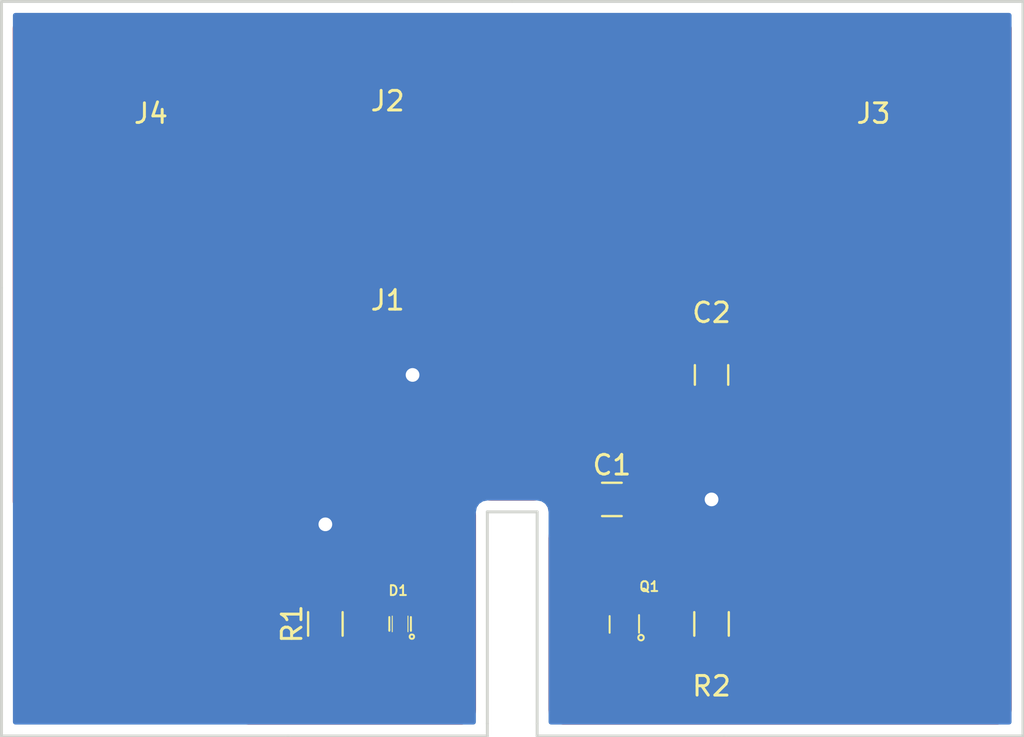
<source format=kicad_pcb>
(kicad_pcb (version 4) (host pcbnew 4.0.5)

  (general
    (links 15)
    (no_connects 0)
    (area 27.384999 23.294999 79.605001 60.910001)
    (thickness 1.6)
    (drawings 18)
    (tracks 37)
    (zones 0)
    (modules 10)
    (nets 38)
  )

  (page A4)
  (title_block
    (title "Infrared (IR) Barrier Initial Setup")
    (date 2017-03-01)
    (rev 1)
    (company "HotSwap Norden AB")
    (comment 1 "Short title: IR B STUP")
    (comment 2 "Designed by: edli")
    (comment 3 "Reviewed by: khyo")
  )

  (layers
    (0 F.Cu signal)
    (31 B.Cu signal hide)
    (32 B.Adhes user)
    (33 F.Adhes user)
    (34 B.Paste user)
    (35 F.Paste user)
    (36 B.SilkS user)
    (37 F.SilkS user)
    (38 B.Mask user)
    (39 F.Mask user)
    (40 Dwgs.User user)
    (41 Cmts.User user)
    (42 Eco1.User user)
    (43 Eco2.User user)
    (44 Edge.Cuts user)
    (45 Margin user)
    (46 B.CrtYd user)
    (47 F.CrtYd user)
    (48 B.Fab user)
    (49 F.Fab user)
  )

  (setup
    (last_trace_width 0.4)
    (user_trace_width 0.4)
    (trace_clearance 0.2)
    (zone_clearance 0.5)
    (zone_45_only yes)
    (trace_min 0.2)
    (segment_width 0.2)
    (edge_width 0.15)
    (via_size 1.5)
    (via_drill 0.7)
    (via_min_size 0.4)
    (via_min_drill 0.3)
    (uvia_size 0.3)
    (uvia_drill 0.1)
    (uvias_allowed no)
    (uvia_min_size 0.2)
    (uvia_min_drill 0.1)
    (pcb_text_width 0.3)
    (pcb_text_size 1.5 1.5)
    (mod_edge_width 0.15)
    (mod_text_size 1 1)
    (mod_text_width 0.15)
    (pad_size 1.524 1.524)
    (pad_drill 0.762)
    (pad_to_mask_clearance 0.2)
    (aux_axis_origin 0 0)
    (visible_elements 7FFFFFFF)
    (pcbplotparams
      (layerselection 0x00030_80000001)
      (usegerberextensions false)
      (excludeedgelayer true)
      (linewidth 0.100000)
      (plotframeref false)
      (viasonmask false)
      (mode 1)
      (useauxorigin false)
      (hpglpennumber 1)
      (hpglpenspeed 20)
      (hpglpendiameter 15)
      (hpglpenoverlay 2)
      (psnegative false)
      (psa4output false)
      (plotreference true)
      (plotvalue true)
      (plotinvisibletext false)
      (padsonsilk false)
      (subtractmaskfromsilk false)
      (outputformat 1)
      (mirror false)
      (drillshape 1)
      (scaleselection 1)
      (outputdirectory ""))
  )

  (net 0 "")
  (net 1 "Net-(C1-Pad1)")
  (net 2 GND)
  (net 3 "Net-(C2-Pad1)")
  (net 4 "Net-(D1-Pad2)")
  (net 5 "Net-(D1-Pad1)")
  (net 6 "Net-(P3-Pad16)")
  (net 7 "Net-(P3-Pad15)")
  (net 8 "Net-(P3-Pad14)")
  (net 9 "Net-(P3-Pad13)")
  (net 10 "Net-(P3-Pad12)")
  (net 11 "Net-(P3-Pad11)")
  (net 12 "Net-(P3-Pad10)")
  (net 13 "Net-(P3-Pad9)")
  (net 14 "Net-(P3-Pad8)")
  (net 15 "Net-(P3-Pad7)")
  (net 16 "Net-(P3-Pad6)")
  (net 17 "Net-(P3-Pad5)")
  (net 18 "Net-(P3-Pad4)")
  (net 19 "Net-(P3-Pad3)")
  (net 20 "Net-(P3-Pad2)")
  (net 21 "Net-(P3-Pad1)")
  (net 22 "Net-(P4-Pad16)")
  (net 23 "Net-(P4-Pad15)")
  (net 24 "Net-(P4-Pad14)")
  (net 25 "Net-(P4-Pad13)")
  (net 26 "Net-(P4-Pad12)")
  (net 27 "Net-(P4-Pad11)")
  (net 28 "Net-(P4-Pad10)")
  (net 29 "Net-(P4-Pad9)")
  (net 30 "Net-(P4-Pad8)")
  (net 31 "Net-(P4-Pad7)")
  (net 32 "Net-(P4-Pad6)")
  (net 33 "Net-(P4-Pad5)")
  (net 34 "Net-(P4-Pad4)")
  (net 35 "Net-(P4-Pad3)")
  (net 36 "Net-(P4-Pad2)")
  (net 37 "Net-(P4-Pad1)")

  (net_class Default "This is the default net class."
    (clearance 0.2)
    (trace_width 0.4)
    (via_dia 1.5)
    (via_drill 0.7)
    (uvia_dia 0.3)
    (uvia_drill 0.1)
    (add_net GND)
    (add_net "Net-(C1-Pad1)")
    (add_net "Net-(C2-Pad1)")
    (add_net "Net-(D1-Pad1)")
    (add_net "Net-(D1-Pad2)")
    (add_net "Net-(P3-Pad1)")
    (add_net "Net-(P3-Pad10)")
    (add_net "Net-(P3-Pad11)")
    (add_net "Net-(P3-Pad12)")
    (add_net "Net-(P3-Pad13)")
    (add_net "Net-(P3-Pad14)")
    (add_net "Net-(P3-Pad15)")
    (add_net "Net-(P3-Pad16)")
    (add_net "Net-(P3-Pad2)")
    (add_net "Net-(P3-Pad3)")
    (add_net "Net-(P3-Pad4)")
    (add_net "Net-(P3-Pad5)")
    (add_net "Net-(P3-Pad6)")
    (add_net "Net-(P3-Pad7)")
    (add_net "Net-(P3-Pad8)")
    (add_net "Net-(P3-Pad9)")
    (add_net "Net-(P4-Pad1)")
    (add_net "Net-(P4-Pad10)")
    (add_net "Net-(P4-Pad11)")
    (add_net "Net-(P4-Pad12)")
    (add_net "Net-(P4-Pad13)")
    (add_net "Net-(P4-Pad14)")
    (add_net "Net-(P4-Pad15)")
    (add_net "Net-(P4-Pad16)")
    (add_net "Net-(P4-Pad2)")
    (add_net "Net-(P4-Pad3)")
    (add_net "Net-(P4-Pad4)")
    (add_net "Net-(P4-Pad5)")
    (add_net "Net-(P4-Pad6)")
    (add_net "Net-(P4-Pad7)")
    (add_net "Net-(P4-Pad8)")
    (add_net "Net-(P4-Pad9)")
  )

  (module med_conn_prototype_footprints:Sullins_SMD_pin_header_1x4_GBC36SABN-M30 (layer F.Cu) (tedit 58B6AD73) (tstamp 58AEB04B)
    (at 53.495 30.99)
    (path /58AEAF78)
    (fp_text reference J1 (at -6.35 7.62) (layer F.SilkS)
      (effects (font (size 1 1) (thickness 0.15)))
    )
    (fp_text value "SMD Header" (at 6.35 6.985 90) (layer F.Fab)
      (effects (font (size 1 1) (thickness 0.15)))
    )
    (pad 4 smd rect (at 3.81 10.16) (size 1.27 6.35) (layers F.Cu F.Paste F.Mask)
      (net 3 "Net-(C2-Pad1)"))
    (pad 3 smd rect (at 1.27 5.08) (size 1.27 6.35) (layers F.Cu F.Paste F.Mask)
      (net 1 "Net-(C1-Pad1)"))
    (pad 2 smd rect (at -1.27 10.16) (size 1.27 6.35) (layers F.Cu F.Paste F.Mask)
      (net 4 "Net-(D1-Pad2)"))
    (pad 1 smd rect (at -3.81 5.08) (size 1.27 6.35) (layers F.Cu F.Paste F.Mask)
      (net 2 GND))
  )

  (module Capacitors_SMD:C_0805_HandSoldering (layer F.Cu) (tedit 58AEABDE) (tstamp 58AE9FE3)
    (at 58.575 48.77)
    (descr "Capacitor SMD 0805, hand soldering")
    (tags "capacitor 0805")
    (path /58ADC072)
    (attr smd)
    (fp_text reference C1 (at 0 -1.75) (layer F.SilkS)
      (effects (font (size 1 1) (thickness 0.15)))
    )
    (fp_text value 1uF (at 1.905 1.905) (layer F.Fab)
      (effects (font (size 1 1) (thickness 0.15)))
    )
    (fp_text user %R (at 0 -1.75) (layer F.Fab)
      (effects (font (size 1 1) (thickness 0.15)))
    )
    (fp_line (start -1 0.62) (end -1 -0.62) (layer F.Fab) (width 0.1))
    (fp_line (start 1 0.62) (end -1 0.62) (layer F.Fab) (width 0.1))
    (fp_line (start 1 -0.62) (end 1 0.62) (layer F.Fab) (width 0.1))
    (fp_line (start -1 -0.62) (end 1 -0.62) (layer F.Fab) (width 0.1))
    (fp_line (start 0.5 -0.85) (end -0.5 -0.85) (layer F.SilkS) (width 0.12))
    (fp_line (start -0.5 0.85) (end 0.5 0.85) (layer F.SilkS) (width 0.12))
    (fp_line (start -2.25 -0.88) (end 2.25 -0.88) (layer F.CrtYd) (width 0.05))
    (fp_line (start -2.25 -0.88) (end -2.25 0.87) (layer F.CrtYd) (width 0.05))
    (fp_line (start 2.25 0.87) (end 2.25 -0.88) (layer F.CrtYd) (width 0.05))
    (fp_line (start 2.25 0.87) (end -2.25 0.87) (layer F.CrtYd) (width 0.05))
    (pad 1 smd rect (at -1.25 0) (size 1.5 1.25) (layers F.Cu F.Paste F.Mask)
      (net 1 "Net-(C1-Pad1)"))
    (pad 2 smd rect (at 1.25 0) (size 1.5 1.25) (layers F.Cu F.Paste F.Mask)
      (net 2 GND))
    (model Capacitors_SMD.3dshapes/C_0805.wrl
      (at (xyz 0 0 0))
      (scale (xyz 1 1 1))
      (rotate (xyz 0 0 0))
    )
  )

  (module Capacitors_SMD:C_0805_HandSoldering (layer F.Cu) (tedit 58AEABAA) (tstamp 58AE9FE9)
    (at 63.655 42.42 270)
    (descr "Capacitor SMD 0805, hand soldering")
    (tags "capacitor 0805")
    (path /58ADC0E3)
    (attr smd)
    (fp_text reference C2 (at -3.175 0 360) (layer F.SilkS)
      (effects (font (size 1 1) (thickness 0.15)))
    )
    (fp_text value 1nF (at 0 1.75 270) (layer F.Fab)
      (effects (font (size 1 1) (thickness 0.15)))
    )
    (fp_text user %R (at 0 -1.75 270) (layer F.Fab)
      (effects (font (size 1 1) (thickness 0.15)))
    )
    (fp_line (start -1 0.62) (end -1 -0.62) (layer F.Fab) (width 0.1))
    (fp_line (start 1 0.62) (end -1 0.62) (layer F.Fab) (width 0.1))
    (fp_line (start 1 -0.62) (end 1 0.62) (layer F.Fab) (width 0.1))
    (fp_line (start -1 -0.62) (end 1 -0.62) (layer F.Fab) (width 0.1))
    (fp_line (start 0.5 -0.85) (end -0.5 -0.85) (layer F.SilkS) (width 0.12))
    (fp_line (start -0.5 0.85) (end 0.5 0.85) (layer F.SilkS) (width 0.12))
    (fp_line (start -2.25 -0.88) (end 2.25 -0.88) (layer F.CrtYd) (width 0.05))
    (fp_line (start -2.25 -0.88) (end -2.25 0.87) (layer F.CrtYd) (width 0.05))
    (fp_line (start 2.25 0.87) (end 2.25 -0.88) (layer F.CrtYd) (width 0.05))
    (fp_line (start 2.25 0.87) (end -2.25 0.87) (layer F.CrtYd) (width 0.05))
    (pad 1 smd rect (at -1.25 0 270) (size 1.5 1.25) (layers F.Cu F.Paste F.Mask)
      (net 3 "Net-(C2-Pad1)"))
    (pad 2 smd rect (at 1.25 0 270) (size 1.5 1.25) (layers F.Cu F.Paste F.Mask)
      (net 2 GND))
    (model Capacitors_SMD.3dshapes/C_0805.wrl
      (at (xyz 0 0 0))
      (scale (xyz 1 1 1))
      (rotate (xyz 0 0 0))
    )
  )

  (module IC_trial_footprints:LED_APT1608F3C (layer F.Cu) (tedit 58AEAC2D) (tstamp 58AE9FEF)
    (at 47.78 55.12 270)
    (path /58ADBE6E)
    (fp_text reference D1 (at -1.7 0.1 540) (layer F.SilkS)
      (effects (font (size 0.5 0.5) (thickness 0.1)))
    )
    (fp_text value APT1608F3C (at 0 -1.905 270) (layer F.Fab)
      (effects (font (size 1 1) (thickness 0.15)))
    )
    (fp_circle (center 0.65 -0.6) (end 0.7 -0.7) (layer F.SilkS) (width 0.1))
    (fp_line (start 0.3 0.55) (end 0.35 0.55) (layer F.SilkS) (width 0.1))
    (fp_line (start 0.3 -0.55) (end 0.35 -0.55) (layer F.SilkS) (width 0.1))
    (fp_line (start -0.35 0.55) (end 0.3 0.55) (layer F.SilkS) (width 0.1))
    (fp_line (start -0.35 -0.55) (end 0.3 -0.55) (layer F.SilkS) (width 0.1))
    (fp_line (start -1.3 -0.6) (end 1.3 -0.6) (layer F.CrtYd) (width 0.05))
    (fp_line (start 1.3 -0.6) (end 1.3 0.6) (layer F.CrtYd) (width 0.05))
    (fp_line (start 1.3 0.6) (end -1.3 0.6) (layer F.CrtYd) (width 0.05))
    (fp_line (start -1.3 0.6) (end -1.3 -0.6) (layer F.CrtYd) (width 0.05))
    (fp_line (start 0.15 -0.1) (end 0.35 -0.1) (layer F.Fab) (width 0.05))
    (fp_line (start 0.35 -0.1) (end 0.35 0.1) (layer F.Fab) (width 0.05))
    (fp_line (start 0.35 0.1) (end 0.15 0.1) (layer F.Fab) (width 0.05))
    (fp_line (start 0.15 0.1) (end 0.15 -0.1) (layer F.Fab) (width 0.05))
    (fp_line (start -0.4 0.4) (end 0.4 0.4) (layer F.SilkS) (width 0.05))
    (fp_line (start -0.4 -0.4) (end 0.4 -0.4) (layer F.SilkS) (width 0.05))
    (fp_line (start -0.8 -0.4) (end -0.8 0.4) (layer F.Fab) (width 0.05))
    (fp_line (start -0.8 0.4) (end 0.8 0.4) (layer F.Fab) (width 0.05))
    (fp_line (start 0.8 0.4) (end 0.8 -0.4) (layer F.Fab) (width 0.05))
    (fp_line (start 0.8 -0.4) (end -0.8 -0.4) (layer F.Fab) (width 0.05))
    (pad 2 smd rect (at -0.825 0 270) (size 0.8 0.8) (layers F.Cu F.Paste F.Mask)
      (net 4 "Net-(D1-Pad2)"))
    (pad 1 smd rect (at 0.825 0 270) (size 0.8 0.8) (layers F.Cu F.Paste F.Mask)
      (net 5 "Net-(D1-Pad1)"))
  )

  (module med_conn_prototype_footprints:Sullins_SMD_2x08_NPTC082KFMS-RC (layer F.Cu) (tedit 58B6AD56) (tstamp 58AEA011)
    (at 64.925 39.245 90)
    (path /58AE9134)
    (fp_text reference J3 (at 10.16 6.985 180) (layer F.SilkS)
      (effects (font (size 1 1) (thickness 0.15)))
    )
    (fp_text value NPTC082KFMS (at 0 12.065 90) (layer F.Fab)
      (effects (font (size 1 1) (thickness 0.15)))
    )
    (pad 16 smd rect (at 8.89 9.525 90) (size 1 2) (layers F.Cu F.Paste F.Mask)
      (net 6 "Net-(P3-Pad16)"))
    (pad 15 smd rect (at 6.35 9.61 90) (size 1 2) (layers F.Cu F.Paste F.Mask)
      (net 7 "Net-(P3-Pad15)"))
    (pad 14 smd rect (at 3.81 9.61 90) (size 1 2) (layers F.Cu F.Paste F.Mask)
      (net 8 "Net-(P3-Pad14)"))
    (pad 13 smd rect (at 1.27 9.61 90) (size 1 2) (layers F.Cu F.Paste F.Mask)
      (net 9 "Net-(P3-Pad13)"))
    (pad 12 smd rect (at -1.27 9.61 90) (size 1 2) (layers F.Cu F.Paste F.Mask)
      (net 10 "Net-(P3-Pad12)"))
    (pad 11 smd rect (at -3.81 9.61 90) (size 1 2) (layers F.Cu F.Paste F.Mask)
      (net 11 "Net-(P3-Pad11)"))
    (pad 10 smd rect (at -6.35 9.61 90) (size 1 2) (layers F.Cu F.Paste F.Mask)
      (net 12 "Net-(P3-Pad10)"))
    (pad 9 smd rect (at -8.9 9.61 90) (size 1 2) (layers F.Cu F.Paste F.Mask)
      (net 13 "Net-(P3-Pad9)"))
    (pad 8 smd rect (at 8.89 3.81 90) (size 1 2) (layers F.Cu F.Paste F.Mask)
      (net 14 "Net-(P3-Pad8)"))
    (pad 7 smd rect (at 6.35 3.81 90) (size 1 2) (layers F.Cu F.Paste F.Mask)
      (net 15 "Net-(P3-Pad7)"))
    (pad 6 smd rect (at 3.81 3.81 90) (size 1 2) (layers F.Cu F.Paste F.Mask)
      (net 16 "Net-(P3-Pad6)"))
    (pad 5 smd rect (at 1.27 3.81 90) (size 1 2) (layers F.Cu F.Paste F.Mask)
      (net 17 "Net-(P3-Pad5)"))
    (pad 4 smd rect (at -1.27 3.81 90) (size 1 2) (layers F.Cu F.Paste F.Mask)
      (net 18 "Net-(P3-Pad4)"))
    (pad 3 smd rect (at -3.81 3.81 90) (size 1 2) (layers F.Cu F.Paste F.Mask)
      (net 19 "Net-(P3-Pad3)"))
    (pad 2 smd rect (at -6.35 3.81 90) (size 1 2) (layers F.Cu F.Paste F.Mask)
      (net 20 "Net-(P3-Pad2)"))
    (pad 1 smd rect (at -8.89 3.81 90) (size 1 2) (layers F.Cu F.Paste F.Mask)
      (net 21 "Net-(P3-Pad1)"))
  )

  (module med_conn_prototype_footprints:Sullins_SMD_2x08_NPTC082KFMS-RC (layer F.Cu) (tedit 58B6AD47) (tstamp 58AEA025)
    (at 42.065 39.245 270)
    (path /58AE9264)
    (fp_text reference J4 (at -10.16 6.985 360) (layer F.SilkS)
      (effects (font (size 1 1) (thickness 0.15)))
    )
    (fp_text value NPTC082KFMS (at 0 12.065 270) (layer F.Fab)
      (effects (font (size 1 1) (thickness 0.15)))
    )
    (pad 16 smd rect (at 8.89 9.525 270) (size 1 2) (layers F.Cu F.Paste F.Mask)
      (net 22 "Net-(P4-Pad16)"))
    (pad 15 smd rect (at 6.35 9.61 270) (size 1 2) (layers F.Cu F.Paste F.Mask)
      (net 23 "Net-(P4-Pad15)"))
    (pad 14 smd rect (at 3.81 9.61 270) (size 1 2) (layers F.Cu F.Paste F.Mask)
      (net 24 "Net-(P4-Pad14)"))
    (pad 13 smd rect (at 1.27 9.61 270) (size 1 2) (layers F.Cu F.Paste F.Mask)
      (net 25 "Net-(P4-Pad13)"))
    (pad 12 smd rect (at -1.27 9.61 270) (size 1 2) (layers F.Cu F.Paste F.Mask)
      (net 26 "Net-(P4-Pad12)"))
    (pad 11 smd rect (at -3.81 9.61 270) (size 1 2) (layers F.Cu F.Paste F.Mask)
      (net 27 "Net-(P4-Pad11)"))
    (pad 10 smd rect (at -6.35 9.61 270) (size 1 2) (layers F.Cu F.Paste F.Mask)
      (net 28 "Net-(P4-Pad10)"))
    (pad 9 smd rect (at -8.9 9.61 270) (size 1 2) (layers F.Cu F.Paste F.Mask)
      (net 29 "Net-(P4-Pad9)"))
    (pad 8 smd rect (at 8.89 3.81 270) (size 1 2) (layers F.Cu F.Paste F.Mask)
      (net 30 "Net-(P4-Pad8)"))
    (pad 7 smd rect (at 6.35 3.81 270) (size 1 2) (layers F.Cu F.Paste F.Mask)
      (net 31 "Net-(P4-Pad7)"))
    (pad 6 smd rect (at 3.81 3.81 270) (size 1 2) (layers F.Cu F.Paste F.Mask)
      (net 32 "Net-(P4-Pad6)"))
    (pad 5 smd rect (at 1.27 3.81 270) (size 1 2) (layers F.Cu F.Paste F.Mask)
      (net 33 "Net-(P4-Pad5)"))
    (pad 4 smd rect (at -1.27 3.81 270) (size 1 2) (layers F.Cu F.Paste F.Mask)
      (net 34 "Net-(P4-Pad4)"))
    (pad 3 smd rect (at -3.81 3.81 270) (size 1 2) (layers F.Cu F.Paste F.Mask)
      (net 35 "Net-(P4-Pad3)"))
    (pad 2 smd rect (at -6.35 3.81 270) (size 1 2) (layers F.Cu F.Paste F.Mask)
      (net 36 "Net-(P4-Pad2)"))
    (pad 1 smd rect (at -8.89 3.81 270) (size 1 2) (layers F.Cu F.Paste F.Mask)
      (net 37 "Net-(P4-Pad1)"))
  )

  (module IC_trial_footprints:Phototransistor_APT2012P3BT (layer F.Cu) (tedit 58AEAC29) (tstamp 58AEA02B)
    (at 59.21 55.12 90)
    (path /58AEA21D)
    (fp_text reference Q1 (at 1.905 1.27 360) (layer F.SilkS)
      (effects (font (size 0.5 0.5) (thickness 0.1)))
    )
    (fp_text value APT2012P3BT (at 0 -1.905 90) (layer F.Fab)
      (effects (font (size 1 1) (thickness 0.15)))
    )
    (fp_circle (center -0.7 0.85) (end -0.6 0.95) (layer F.SilkS) (width 0.1))
    (fp_line (start -0.45 0.75) (end 0.45 0.75) (layer F.SilkS) (width 0.1))
    (fp_line (start -0.45 -0.75) (end 0.4 -0.75) (layer F.SilkS) (width 0.1))
    (fp_line (start -1.6 -0.7) (end 1.6 -0.7) (layer F.CrtYd) (width 0.05))
    (fp_line (start 1.6 -0.7) (end 1.6 0.7) (layer F.CrtYd) (width 0.05))
    (fp_line (start 1.6 0.7) (end -1.6 0.7) (layer F.CrtYd) (width 0.05))
    (fp_line (start -1.6 0.7) (end -1.6 -0.7) (layer F.CrtYd) (width 0.05))
    (fp_line (start 0.4 0.6) (end 0.6 0.4) (layer F.Fab) (width 0.05))
    (fp_line (start 0.2 0.6) (end 0.5 0.3) (layer F.Fab) (width 0.05))
    (fp_line (start 0.2 0.4) (end 0.3 0.3) (layer F.Fab) (width 0.05))
    (fp_line (start 0.5 -0.3) (end 0.6 -0.4) (layer F.Fab) (width 0.05))
    (fp_line (start 0.3 -0.3) (end 0.6 -0.6) (layer F.Fab) (width 0.05))
    (fp_line (start 0.2 -0.4) (end 0.4 -0.6) (layer F.Fab) (width 0.05))
    (fp_line (start 0.2 0.3) (end 0.2 0.6) (layer F.Fab) (width 0.05))
    (fp_line (start 0.2 0.6) (end 0.6 0.6) (layer F.Fab) (width 0.05))
    (fp_line (start 0.6 0.6) (end 0.6 0.3) (layer F.Fab) (width 0.05))
    (fp_line (start 0.6 0.3) (end 0.2 0.3) (layer F.Fab) (width 0.05))
    (fp_line (start 0.2 -0.6) (end 0.2 -0.3) (layer F.Fab) (width 0.05))
    (fp_line (start 0.2 -0.3) (end 0.6 -0.3) (layer F.Fab) (width 0.05))
    (fp_line (start 0.6 -0.3) (end 0.6 -0.6) (layer F.Fab) (width 0.05))
    (fp_line (start 0.03 -0.1) (end 0.23 -0.1) (layer F.Fab) (width 0.05))
    (fp_line (start 0.23 -0.1) (end 0.23 0.1) (layer F.Fab) (width 0.05))
    (fp_line (start 0.23 0.1) (end 0.03 0.1) (layer F.Fab) (width 0.05))
    (fp_line (start 0.03 0.1) (end 0.03 -0.1) (layer F.Fab) (width 0.05))
    (fp_line (start -1 -0.6) (end -1 0.6) (layer F.Fab) (width 0.05))
    (fp_line (start -1 0.6) (end 1 0.6) (layer F.Fab) (width 0.05))
    (fp_line (start 1 0.6) (end 1 -0.6) (layer F.Fab) (width 0.05))
    (fp_line (start 1 -0.6) (end -1 -0.6) (layer F.Fab) (width 0.05))
    (pad 2 smd rect (at 1 0 90) (size 0.9 1.1) (layers F.Cu F.Paste F.Mask)
      (net 1 "Net-(C1-Pad1)"))
    (pad 1 smd rect (at -1 0 90) (size 0.9 1.1) (layers F.Cu F.Paste F.Mask)
      (net 3 "Net-(C2-Pad1)"))
  )

  (module Resistors_SMD:R_0805_HandSoldering (layer F.Cu) (tedit 58AADA1D) (tstamp 58AEA031)
    (at 43.97 55.12 90)
    (descr "Resistor SMD 0805, hand soldering")
    (tags "resistor 0805")
    (path /58ADC1A1)
    (attr smd)
    (fp_text reference R1 (at 0 -1.7 90) (layer F.SilkS)
      (effects (font (size 1 1) (thickness 0.15)))
    )
    (fp_text value 100 (at 0 1.75 90) (layer F.Fab)
      (effects (font (size 1 1) (thickness 0.15)))
    )
    (fp_text user %R (at 0 -1.7 90) (layer F.Fab)
      (effects (font (size 1 1) (thickness 0.15)))
    )
    (fp_line (start -1 0.62) (end -1 -0.62) (layer F.Fab) (width 0.1))
    (fp_line (start 1 0.62) (end -1 0.62) (layer F.Fab) (width 0.1))
    (fp_line (start 1 -0.62) (end 1 0.62) (layer F.Fab) (width 0.1))
    (fp_line (start -1 -0.62) (end 1 -0.62) (layer F.Fab) (width 0.1))
    (fp_line (start 0.6 0.88) (end -0.6 0.88) (layer F.SilkS) (width 0.12))
    (fp_line (start -0.6 -0.88) (end 0.6 -0.88) (layer F.SilkS) (width 0.12))
    (fp_line (start -2.35 -0.9) (end 2.35 -0.9) (layer F.CrtYd) (width 0.05))
    (fp_line (start -2.35 -0.9) (end -2.35 0.9) (layer F.CrtYd) (width 0.05))
    (fp_line (start 2.35 0.9) (end 2.35 -0.9) (layer F.CrtYd) (width 0.05))
    (fp_line (start 2.35 0.9) (end -2.35 0.9) (layer F.CrtYd) (width 0.05))
    (pad 1 smd rect (at -1.35 0 90) (size 1.5 1.3) (layers F.Cu F.Paste F.Mask)
      (net 5 "Net-(D1-Pad1)"))
    (pad 2 smd rect (at 1.35 0 90) (size 1.5 1.3) (layers F.Cu F.Paste F.Mask)
      (net 2 GND))
    (model Resistors_SMD.3dshapes/R_0805.wrl
      (at (xyz 0 0 0))
      (scale (xyz 1 1 1))
      (rotate (xyz 0 0 0))
    )
  )

  (module Resistors_SMD:R_0805_HandSoldering (layer F.Cu) (tedit 58AEABA5) (tstamp 58AEA037)
    (at 63.655 55.12 90)
    (descr "Resistor SMD 0805, hand soldering")
    (tags "resistor 0805")
    (path /58ADC12A)
    (attr smd)
    (fp_text reference R2 (at -3.175 0 180) (layer F.SilkS)
      (effects (font (size 1 1) (thickness 0.15)))
    )
    (fp_text value 10k (at 0 1.75 90) (layer F.Fab)
      (effects (font (size 1 1) (thickness 0.15)))
    )
    (fp_text user %R (at 0 -1.7 90) (layer F.Fab)
      (effects (font (size 1 1) (thickness 0.15)))
    )
    (fp_line (start -1 0.62) (end -1 -0.62) (layer F.Fab) (width 0.1))
    (fp_line (start 1 0.62) (end -1 0.62) (layer F.Fab) (width 0.1))
    (fp_line (start 1 -0.62) (end 1 0.62) (layer F.Fab) (width 0.1))
    (fp_line (start -1 -0.62) (end 1 -0.62) (layer F.Fab) (width 0.1))
    (fp_line (start 0.6 0.88) (end -0.6 0.88) (layer F.SilkS) (width 0.12))
    (fp_line (start -0.6 -0.88) (end 0.6 -0.88) (layer F.SilkS) (width 0.12))
    (fp_line (start -2.35 -0.9) (end 2.35 -0.9) (layer F.CrtYd) (width 0.05))
    (fp_line (start -2.35 -0.9) (end -2.35 0.9) (layer F.CrtYd) (width 0.05))
    (fp_line (start 2.35 0.9) (end 2.35 -0.9) (layer F.CrtYd) (width 0.05))
    (fp_line (start 2.35 0.9) (end -2.35 0.9) (layer F.CrtYd) (width 0.05))
    (pad 1 smd rect (at -1.35 0 90) (size 1.5 1.3) (layers F.Cu F.Paste F.Mask)
      (net 3 "Net-(C2-Pad1)"))
    (pad 2 smd rect (at 1.35 0 90) (size 1.5 1.3) (layers F.Cu F.Paste F.Mask)
      (net 2 GND))
    (model Resistors_SMD.3dshapes/R_0805.wrl
      (at (xyz 0 0 0))
      (scale (xyz 1 1 1))
      (rotate (xyz 0 0 0))
    )
  )

  (module med_conn_prototype_footprints:wire_solder_pad_2.54mm_1x4 (layer F.Cu) (tedit 58B6AD64) (tstamp 58AEB052)
    (at 53.495 24.64)
    (path /58AEAEFA)
    (fp_text reference J2 (at -6.35 3.81) (layer F.SilkS)
      (effects (font (size 1 1) (thickness 0.15)))
    )
    (fp_text value "SMD Pads" (at 0 1.27) (layer F.Fab)
      (effects (font (size 1 1) (thickness 0.15)))
    )
    (pad 1 smd rect (at -3.81 3.81) (size 1.5 2) (layers F.Cu F.Paste F.Mask)
      (net 2 GND))
    (pad 2 smd rect (at -1.27 3.81) (size 1.5 2) (layers F.Cu F.Paste F.Mask)
      (net 4 "Net-(D1-Pad2)"))
    (pad 3 smd rect (at 1.27 3.81) (size 1.5 2) (layers F.Cu F.Paste F.Mask)
      (net 1 "Net-(C1-Pad1)"))
    (pad 4 smd rect (at 3.81 3.81) (size 1.5 2) (layers F.Cu F.Paste F.Mask)
      (net 3 "Net-(C2-Pad1)"))
  )

  (gr_text 2017-03-01 (at 33.75 57.75) (layer F.Cu)
    (effects (font (size 2 1) (thickness 0.25)))
  )
  (gr_text Rev.1 (at 30.75 55) (layer F.Cu)
    (effects (font (size 2 1) (thickness 0.25)))
  )
  (gr_text "IR B STUP" (at 34.5 52) (layer F.Cu)
    (effects (font (size 2.5 1.5) (thickness 0.3)))
  )
  (gr_line (start 27.46 60.835) (end 42.065 60.835) (angle 90) (layer Edge.Cuts) (width 0.15))
  (gr_line (start 27.46 37.975) (end 27.46 60.835) (angle 90) (layer Edge.Cuts) (width 0.15))
  (gr_line (start 27.46 23.37) (end 53.495 23.37) (angle 90) (layer Edge.Cuts) (width 0.15))
  (gr_line (start 27.46 37.975) (end 27.46 23.37) (angle 90) (layer Edge.Cuts) (width 0.15))
  (gr_line (start 79.53 23.37) (end 53.495 23.37) (angle 90) (layer Edge.Cuts) (width 0.15))
  (gr_line (start 79.53 48.135) (end 79.53 23.37) (angle 90) (layer Edge.Cuts) (width 0.15))
  (gr_line (start 79.53 60.835) (end 64.29 60.835) (angle 90) (layer Edge.Cuts) (width 0.15))
  (gr_line (start 79.53 48.135) (end 79.53 60.835) (angle 90) (layer Edge.Cuts) (width 0.15))
  (gr_line (start 52.225 60.835) (end 42.065 60.835) (angle 90) (layer Edge.Cuts) (width 0.15))
  (gr_line (start 52.225 60.2) (end 52.225 60.835) (angle 90) (layer Edge.Cuts) (width 0.15))
  (gr_line (start 54.765 60.2) (end 54.765 60.835) (angle 90) (layer Edge.Cuts) (width 0.15))
  (gr_line (start 64.29 60.835) (end 54.765 60.835) (angle 90) (layer Edge.Cuts) (width 0.15))
  (gr_line (start 52.225 49.405) (end 54.765 49.405) (angle 90) (layer Edge.Cuts) (width 0.15))
  (gr_line (start 54.765 49.405) (end 54.765 60.2) (angle 90) (layer Edge.Cuts) (width 0.15))
  (gr_line (start 52.225 49.405) (end 52.225 60.2) (angle 90) (layer Edge.Cuts) (width 0.15))

  (segment (start 57.325 48.77) (end 57.325 50.02) (width 0.4) (layer F.Cu) (net 1))
  (segment (start 59.21 51.905) (end 59.21 54.12) (width 0.4) (layer F.Cu) (net 1) (tstamp 58AEB356))
  (segment (start 57.325 50.02) (end 59.21 51.905) (width 0.4) (layer F.Cu) (net 1) (tstamp 58AEB355))
  (segment (start 57.325 48.77) (end 57.325 48.79) (width 0.4) (layer F.Cu) (net 1))
  (segment (start 54.765 36.07) (end 54.765 46.23) (width 0.4) (layer F.Cu) (net 1))
  (segment (start 54.765 46.23) (end 57.305 48.77) (width 0.4) (layer F.Cu) (net 1) (tstamp 58AEB34A))
  (segment (start 57.305 48.77) (end 57.325 48.77) (width 0.4) (layer F.Cu) (net 1) (tstamp 58AEB34B))
  (segment (start 54.765 28.45) (end 54.765 36.07) (width 0.4) (layer F.Cu) (net 1))
  (segment (start 59.825 48.77) (end 63.655 48.77) (width 0.4) (layer F.Cu) (net 2))
  (via (at 63.655 48.77) (size 1.5) (drill 0.7) (layers F.Cu B.Cu) (net 2))
  (segment (start 60.58 48.69) (end 60.48 48.79) (width 0.4) (layer F.Cu) (net 2) (tstamp 58AEAB20))
  (segment (start 63.655 53.77) (end 63.655 48.77) (width 0.4) (layer F.Cu) (net 2))
  (segment (start 63.655 48.77) (end 63.655 43.67) (width 0.4) (layer F.Cu) (net 2))
  (segment (start 49.685 36.07) (end 49.685 41.15) (width 0.4) (layer F.Cu) (net 2))
  (via (at 48.415 42.42) (size 1.5) (drill 0.7) (layers F.Cu B.Cu) (net 2))
  (segment (start 49.685 41.15) (end 48.415 42.42) (width 0.4) (layer F.Cu) (net 2) (tstamp 58AEB26D))
  (segment (start 49.685 28.45) (end 49.685 36.07) (width 0.4) (layer F.Cu) (net 2))
  (segment (start 43.97 53.135) (end 43.97 50.04) (width 0.4) (layer F.Cu) (net 2))
  (via (at 43.97 50.04) (size 1.5) (drill 0.7) (layers F.Cu B.Cu) (net 2))
  (segment (start 63.655 56.47) (end 64.845 56.47) (width 0.4) (layer F.Cu) (net 3))
  (segment (start 64.945 41.17) (end 63.655 41.17) (width 0.4) (layer F.Cu) (net 3) (tstamp 58AEB2B5))
  (segment (start 65.56 41.785) (end 64.945 41.17) (width 0.4) (layer F.Cu) (net 3) (tstamp 58AEB2B4))
  (segment (start 65.56 55.755) (end 65.56 41.785) (width 0.4) (layer F.Cu) (net 3) (tstamp 58AEB2B3))
  (segment (start 64.845 56.47) (end 65.56 55.755) (width 0.4) (layer F.Cu) (net 3) (tstamp 58AEB2B2))
  (segment (start 63.655 56.47) (end 59.56 56.47) (width 0.4) (layer F.Cu) (net 3))
  (segment (start 59.56 56.47) (end 59.21 56.12) (width 0.4) (layer F.Cu) (net 3) (tstamp 58AEB2A5))
  (segment (start 57.305 28.45) (end 57.305 41.15) (width 0.4) (layer F.Cu) (net 3))
  (segment (start 63.655 41.17) (end 57.325 41.17) (width 0.4) (layer F.Cu) (net 3))
  (segment (start 57.325 41.17) (end 57.305 41.15) (width 0.4) (layer F.Cu) (net 3) (tstamp 58AEB248))
  (segment (start 63.755 41.07) (end 63.655 41.17) (width 0.4) (layer F.Cu) (net 3) (tstamp 58AEB245))
  (segment (start 52.225 28.45) (end 52.225 41.15) (width 0.4) (layer F.Cu) (net 4))
  (segment (start 52.225 41.15) (end 52.225 46.23) (width 0.4) (layer F.Cu) (net 4))
  (segment (start 47.78 50.675) (end 47.78 54.295) (width 0.4) (layer F.Cu) (net 4) (tstamp 58AEB25C))
  (segment (start 52.225 46.23) (end 47.78 50.675) (width 0.4) (layer F.Cu) (net 4) (tstamp 58AEB25B))
  (segment (start 47.78 55.945) (end 47.59 55.945) (width 0.4) (layer F.Cu) (net 5))
  (segment (start 47.59 55.945) (end 47.065 56.47) (width 0.4) (layer F.Cu) (net 5) (tstamp 58AEB328))
  (segment (start 47.065 56.47) (end 43.97 56.47) (width 0.4) (layer F.Cu) (net 5) (tstamp 58AEB329))

  (zone (net 2) (net_name GND) (layer B.Cu) (tstamp 58AEB35A) (hatch edge 0.508)
    (connect_pads (clearance 0.508))
    (min_thickness 0.254)
    (fill yes (arc_segments 16) (thermal_gap 0.508) (thermal_bridge_width 0.508))
    (polygon
      (pts
        (xy 79.53 60.835) (xy 54.765 60.835) (xy 54.765 49.405) (xy 52.225 49.405) (xy 52.225 60.835)
        (xy 27.46 60.835) (xy 27.46 23.37) (xy 79.53 23.37)
      )
    )
    (filled_polygon
      (pts
        (xy 78.82 60.125) (xy 55.475 60.125) (xy 55.475 49.405) (xy 55.420954 49.133295) (xy 55.267046 48.902954)
        (xy 55.036705 48.749046) (xy 54.765 48.695) (xy 52.225 48.695) (xy 51.953295 48.749046) (xy 51.722954 48.902954)
        (xy 51.569046 49.133295) (xy 51.515 49.405) (xy 51.515 60.125) (xy 28.17 60.125) (xy 28.17 24.08)
        (xy 78.82 24.08)
      )
    )
  )
  (zone (net 0) (net_name "") (layer F.Cu) (tstamp 58B6BC0A) (hatch edge 0.508)
    (connect_pads (clearance 0.5))
    (min_thickness 1.5)
    (fill yes (arc_segments 16) (thermal_gap 0.4) (thermal_bridge_width 1.6) (smoothing fillet) (radius 0.3))
    (polygon
      (pts
        (xy 28 24) (xy 79 24) (xy 79 60.5) (xy 55 60.5) (xy 55 49.25)
        (xy 52 49.25) (xy 52 60.5) (xy 28 60.5) (xy 28 40)
      )
    )
    (filled_polygon
      (pts
        (xy 78.205 59.51) (xy 56.09 59.51) (xy 56.09 50.731474) (xy 56.299695 51.045305) (xy 57.76 52.50561)
        (xy 57.76 52.773029) (xy 57.485924 53.174153) (xy 57.385512 53.67) (xy 57.385512 54.57) (xy 57.472673 55.033222)
        (xy 57.525803 55.115788) (xy 57.485924 55.174153) (xy 57.385512 55.67) (xy 57.385512 56.57) (xy 57.472673 57.033222)
        (xy 57.746437 57.458663) (xy 58.164153 57.744076) (xy 58.66 57.844488) (xy 59.180377 57.844488) (xy 59.56 57.92)
        (xy 61.970036 57.92) (xy 62.091437 58.108663) (xy 62.509153 58.394076) (xy 63.005 58.494488) (xy 64.305 58.494488)
        (xy 64.768222 58.407327) (xy 65.193663 58.133563) (xy 65.427693 57.791048) (xy 65.870305 57.495305) (xy 66.585305 56.780305)
        (xy 66.899625 56.309891) (xy 67.01 55.755) (xy 67.01 49.652503) (xy 67.239153 49.809076) (xy 67.735 49.909488)
        (xy 69.735 49.909488) (xy 70.198222 49.822327) (xy 70.623663 49.548563) (xy 70.909076 49.130847) (xy 71.009488 48.635)
        (xy 71.009488 47.635) (xy 70.922327 47.171778) (xy 70.723385 46.862614) (xy 70.909076 46.590847) (xy 71.009488 46.095)
        (xy 71.009488 45.095) (xy 70.922327 44.631778) (xy 70.723385 44.322614) (xy 70.909076 44.050847) (xy 71.009488 43.555)
        (xy 71.009488 42.555) (xy 70.922327 42.091778) (xy 70.723385 41.782614) (xy 70.909076 41.510847) (xy 71.009488 41.015)
        (xy 71.009488 40.015) (xy 70.922327 39.551778) (xy 70.723385 39.242614) (xy 70.909076 38.970847) (xy 71.009488 38.475)
        (xy 71.009488 37.475) (xy 70.922327 37.011778) (xy 70.723385 36.702614) (xy 70.909076 36.430847) (xy 71.009488 35.935)
        (xy 71.009488 34.935) (xy 70.922327 34.471778) (xy 70.723385 34.162614) (xy 70.909076 33.890847) (xy 71.009488 33.395)
        (xy 71.009488 32.395) (xy 70.922327 31.931778) (xy 70.723385 31.622614) (xy 70.909076 31.350847) (xy 71.009488 30.855)
        (xy 71.009488 29.855) (xy 72.175512 29.855) (xy 72.175512 30.855) (xy 72.262673 31.318222) (xy 72.50284 31.691452)
        (xy 72.360924 31.899153) (xy 72.260512 32.395) (xy 72.260512 33.395) (xy 72.347673 33.858222) (xy 72.546615 34.167386)
        (xy 72.360924 34.439153) (xy 72.260512 34.935) (xy 72.260512 35.935) (xy 72.347673 36.398222) (xy 72.546615 36.707386)
        (xy 72.360924 36.979153) (xy 72.260512 37.475) (xy 72.260512 38.475) (xy 72.347673 38.938222) (xy 72.546615 39.247386)
        (xy 72.360924 39.519153) (xy 72.260512 40.015) (xy 72.260512 41.015) (xy 72.347673 41.478222) (xy 72.546615 41.787386)
        (xy 72.360924 42.059153) (xy 72.260512 42.555) (xy 72.260512 43.555) (xy 72.347673 44.018222) (xy 72.546615 44.327386)
        (xy 72.360924 44.599153) (xy 72.260512 45.095) (xy 72.260512 46.095) (xy 72.347673 46.558222) (xy 72.549928 46.872536)
        (xy 72.360924 47.149153) (xy 72.260512 47.645) (xy 72.260512 48.645) (xy 72.347673 49.108222) (xy 72.621437 49.533663)
        (xy 73.039153 49.819076) (xy 73.535 49.919488) (xy 75.535 49.919488) (xy 75.998222 49.832327) (xy 76.423663 49.558563)
        (xy 76.709076 49.140847) (xy 76.809488 48.645) (xy 76.809488 47.645) (xy 76.722327 47.181778) (xy 76.520072 46.867464)
        (xy 76.709076 46.590847) (xy 76.809488 46.095) (xy 76.809488 45.095) (xy 76.722327 44.631778) (xy 76.523385 44.322614)
        (xy 76.709076 44.050847) (xy 76.809488 43.555) (xy 76.809488 42.555) (xy 76.722327 42.091778) (xy 76.523385 41.782614)
        (xy 76.709076 41.510847) (xy 76.809488 41.015) (xy 76.809488 40.015) (xy 76.722327 39.551778) (xy 76.523385 39.242614)
        (xy 76.709076 38.970847) (xy 76.809488 38.475) (xy 76.809488 37.475) (xy 76.722327 37.011778) (xy 76.523385 36.702614)
        (xy 76.709076 36.430847) (xy 76.809488 35.935) (xy 76.809488 34.935) (xy 76.722327 34.471778) (xy 76.523385 34.162614)
        (xy 76.709076 33.890847) (xy 76.809488 33.395) (xy 76.809488 32.395) (xy 76.722327 31.931778) (xy 76.48216 31.558548)
        (xy 76.624076 31.350847) (xy 76.724488 30.855) (xy 76.724488 29.855) (xy 76.637327 29.391778) (xy 76.363563 28.966337)
        (xy 75.945847 28.680924) (xy 75.45 28.580512) (xy 73.45 28.580512) (xy 72.986778 28.667673) (xy 72.561337 28.941437)
        (xy 72.275924 29.359153) (xy 72.175512 29.855) (xy 71.009488 29.855) (xy 70.922327 29.391778) (xy 70.648563 28.966337)
        (xy 70.230847 28.680924) (xy 69.735 28.580512) (xy 67.735 28.580512) (xy 67.271778 28.667673) (xy 66.846337 28.941437)
        (xy 66.560924 29.359153) (xy 66.460512 29.855) (xy 66.460512 30.855) (xy 66.547673 31.318222) (xy 66.746615 31.627386)
        (xy 66.560924 31.899153) (xy 66.460512 32.395) (xy 66.460512 33.395) (xy 66.547673 33.858222) (xy 66.746615 34.167386)
        (xy 66.560924 34.439153) (xy 66.460512 34.935) (xy 66.460512 35.935) (xy 66.547673 36.398222) (xy 66.746615 36.707386)
        (xy 66.560924 36.979153) (xy 66.460512 37.475) (xy 66.460512 38.475) (xy 66.547673 38.938222) (xy 66.746615 39.247386)
        (xy 66.560924 39.519153) (xy 66.460512 40.015) (xy 66.460512 40.634902) (xy 65.970305 40.144695) (xy 65.499891 39.830375)
        (xy 65.36927 39.804393) (xy 65.193563 39.531337) (xy 64.775847 39.245924) (xy 64.28 39.145512) (xy 63.03 39.145512)
        (xy 62.566778 39.232673) (xy 62.141337 39.506437) (xy 61.995416 39.72) (xy 59.214488 39.72) (xy 59.214488 37.975)
        (xy 59.127327 37.511778) (xy 58.853563 37.086337) (xy 58.755 37.018992) (xy 58.755 30.484964) (xy 58.943663 30.363563)
        (xy 59.229076 29.945847) (xy 59.329488 29.45) (xy 59.329488 27.45) (xy 59.242327 26.986778) (xy 58.968563 26.561337)
        (xy 58.550847 26.275924) (xy 58.055 26.175512) (xy 56.555 26.175512) (xy 56.091778 26.262673) (xy 56.040111 26.29592)
        (xy 56.010847 26.275924) (xy 55.515 26.175512) (xy 54.015 26.175512) (xy 53.551778 26.262673) (xy 53.500111 26.29592)
        (xy 53.470847 26.275924) (xy 52.975 26.175512) (xy 51.475 26.175512) (xy 51.011778 26.262673) (xy 50.960111 26.29592)
        (xy 50.930847 26.275924) (xy 50.435 26.175512) (xy 48.935 26.175512) (xy 48.471778 26.262673) (xy 48.046337 26.536437)
        (xy 47.760924 26.954153) (xy 47.660512 27.45) (xy 47.660512 29.45) (xy 47.747673 29.913222) (xy 48.021437 30.338663)
        (xy 48.235 30.484584) (xy 48.235 31.934036) (xy 48.161337 31.981437) (xy 47.875924 32.399153) (xy 47.775512 32.895)
        (xy 47.775512 39.245) (xy 47.862673 39.708222) (xy 48.136437 40.133663) (xy 48.235 40.201008) (xy 48.235 40.419842)
        (xy 48.018921 40.419654) (xy 47.283571 40.723494) (xy 46.720471 41.285612) (xy 46.415348 42.02043) (xy 46.414654 42.816079)
        (xy 46.718494 43.551429) (xy 47.280612 44.114529) (xy 48.01543 44.419652) (xy 48.811079 44.420346) (xy 49.546429 44.116506)
        (xy 50.109529 43.554388) (xy 50.315512 43.058326) (xy 50.315512 44.325) (xy 50.402673 44.788222) (xy 50.676437 45.213663)
        (xy 50.775 45.281008) (xy 50.775 45.62939) (xy 46.754695 49.649695) (xy 46.440375 50.120109) (xy 46.33 50.675)
        (xy 46.33 53.217562) (xy 46.205924 53.399153) (xy 46.105512 53.895) (xy 46.105512 54.695) (xy 46.166665 55.02)
        (xy 45.791238 55.02) (xy 45.794076 55.015847) (xy 45.894488 54.52) (xy 45.894488 53.02) (xy 45.807327 52.556778)
        (xy 45.533563 52.131337) (xy 45.42 52.053743) (xy 45.42 51.418491) (xy 45.664529 51.174388) (xy 45.969652 50.43957)
        (xy 45.970346 49.643921) (xy 45.666506 48.908571) (xy 45.104388 48.345471) (xy 44.36957 48.040348) (xy 43.573921 48.039654)
        (xy 42.838571 48.343494) (xy 42.275471 48.905612) (xy 41.970348 49.64043) (xy 41.969654 50.436079) (xy 42.273494 51.171429)
        (xy 42.52 51.418366) (xy 42.52 52.049384) (xy 42.431337 52.106437) (xy 42.145924 52.524153) (xy 42.045512 53.02)
        (xy 42.045512 54.52) (xy 42.132673 54.983222) (xy 42.218942 55.117288) (xy 42.145924 55.224153) (xy 42.045512 55.72)
        (xy 42.045512 57.22) (xy 42.132673 57.683222) (xy 42.406437 58.108663) (xy 42.824153 58.394076) (xy 43.32 58.494488)
        (xy 44.62 58.494488) (xy 45.083222 58.407327) (xy 45.508663 58.133563) (xy 45.654584 57.92) (xy 47.065 57.92)
        (xy 47.619891 57.809625) (xy 47.904452 57.619488) (xy 48.18 57.619488) (xy 48.643222 57.532327) (xy 49.068663 57.258563)
        (xy 49.354076 56.840847) (xy 49.454488 56.345) (xy 49.454488 55.545) (xy 49.371583 55.104396) (xy 49.454488 54.695)
        (xy 49.454488 53.895) (xy 49.367327 53.431778) (xy 49.23 53.218366) (xy 49.23 51.27561) (xy 50.9 49.60561)
        (xy 50.9 59.51) (xy 40.047619 59.51) (xy 40.047619 55.4) (xy 41.571429 55.4) (xy 41.571429 48.85)
        (xy 40.485949 48.85) (xy 40.529488 48.635) (xy 40.529488 47.635) (xy 40.442327 47.171778) (xy 40.243385 46.862614)
        (xy 40.429076 46.590847) (xy 40.529488 46.095) (xy 40.529488 45.095) (xy 40.442327 44.631778) (xy 40.243385 44.322614)
        (xy 40.429076 44.050847) (xy 40.529488 43.555) (xy 40.529488 42.555) (xy 40.442327 42.091778) (xy 40.243385 41.782614)
        (xy 40.429076 41.510847) (xy 40.529488 41.015) (xy 40.529488 40.015) (xy 40.442327 39.551778) (xy 40.243385 39.242614)
        (xy 40.429076 38.970847) (xy 40.529488 38.475) (xy 40.529488 37.475) (xy 40.442327 37.011778) (xy 40.243385 36.702614)
        (xy 40.429076 36.430847) (xy 40.529488 35.935) (xy 40.529488 34.935) (xy 40.442327 34.471778) (xy 40.243385 34.162614)
        (xy 40.429076 33.890847) (xy 40.529488 33.395) (xy 40.529488 32.395) (xy 40.442327 31.931778) (xy 40.243385 31.622614)
        (xy 40.429076 31.350847) (xy 40.529488 30.855) (xy 40.529488 29.855) (xy 40.442327 29.391778) (xy 40.168563 28.966337)
        (xy 39.750847 28.680924) (xy 39.255 28.580512) (xy 37.255 28.580512) (xy 36.791778 28.667673) (xy 36.366337 28.941437)
        (xy 36.080924 29.359153) (xy 35.980512 29.855) (xy 35.980512 30.855) (xy 36.067673 31.318222) (xy 36.266615 31.627386)
        (xy 36.080924 31.899153) (xy 35.980512 32.395) (xy 35.980512 33.395) (xy 36.067673 33.858222) (xy 36.266615 34.167386)
        (xy 36.080924 34.439153) (xy 35.980512 34.935) (xy 35.980512 35.935) (xy 36.067673 36.398222) (xy 36.266615 36.707386)
        (xy 36.080924 36.979153) (xy 35.980512 37.475) (xy 35.980512 38.475) (xy 36.067673 38.938222) (xy 36.266615 39.247386)
        (xy 36.080924 39.519153) (xy 35.980512 40.015) (xy 35.980512 41.015) (xy 36.067673 41.478222) (xy 36.266615 41.787386)
        (xy 36.080924 42.059153) (xy 35.980512 42.555) (xy 35.980512 43.555) (xy 36.067673 44.018222) (xy 36.266615 44.327386)
        (xy 36.080924 44.599153) (xy 35.980512 45.095) (xy 35.980512 46.095) (xy 36.067673 46.558222) (xy 36.266615 46.867386)
        (xy 36.080924 47.139153) (xy 35.980512 47.635) (xy 35.980512 48.635) (xy 36.020967 48.85) (xy 34.770949 48.85)
        (xy 34.814488 48.635) (xy 34.814488 47.635) (xy 34.727327 47.171778) (xy 34.48716 46.798548) (xy 34.629076 46.590847)
        (xy 34.729488 46.095) (xy 34.729488 45.095) (xy 34.642327 44.631778) (xy 34.443385 44.322614) (xy 34.629076 44.050847)
        (xy 34.729488 43.555) (xy 34.729488 42.555) (xy 34.642327 42.091778) (xy 34.443385 41.782614) (xy 34.629076 41.510847)
        (xy 34.729488 41.015) (xy 34.729488 40.015) (xy 34.642327 39.551778) (xy 34.443385 39.242614) (xy 34.629076 38.970847)
        (xy 34.729488 38.475) (xy 34.729488 37.475) (xy 34.642327 37.011778) (xy 34.443385 36.702614) (xy 34.629076 36.430847)
        (xy 34.729488 35.935) (xy 34.729488 34.935) (xy 34.642327 34.471778) (xy 34.443385 34.162614) (xy 34.629076 33.890847)
        (xy 34.729488 33.395) (xy 34.729488 32.395) (xy 34.642327 31.931778) (xy 34.440072 31.617464) (xy 34.629076 31.340847)
        (xy 34.729488 30.845) (xy 34.729488 29.845) (xy 34.642327 29.381778) (xy 34.368563 28.956337) (xy 33.950847 28.670924)
        (xy 33.455 28.570512) (xy 31.455 28.570512) (xy 30.991778 28.657673) (xy 30.566337 28.931437) (xy 30.280924 29.349153)
        (xy 30.180512 29.845) (xy 30.180512 30.845) (xy 30.267673 31.308222) (xy 30.469928 31.622536) (xy 30.280924 31.899153)
        (xy 30.180512 32.395) (xy 30.180512 33.395) (xy 30.267673 33.858222) (xy 30.466615 34.167386) (xy 30.280924 34.439153)
        (xy 30.180512 34.935) (xy 30.180512 35.935) (xy 30.267673 36.398222) (xy 30.466615 36.707386) (xy 30.280924 36.979153)
        (xy 30.180512 37.475) (xy 30.180512 38.475) (xy 30.267673 38.938222) (xy 30.466615 39.247386) (xy 30.280924 39.519153)
        (xy 30.180512 40.015) (xy 30.180512 41.015) (xy 30.267673 41.478222) (xy 30.466615 41.787386) (xy 30.280924 42.059153)
        (xy 30.180512 42.555) (xy 30.180512 43.555) (xy 30.267673 44.018222) (xy 30.466615 44.327386) (xy 30.280924 44.599153)
        (xy 30.180512 45.095) (xy 30.180512 46.095) (xy 30.267673 46.558222) (xy 30.50784 46.931452) (xy 30.365924 47.139153)
        (xy 30.265512 47.635) (xy 30.265512 48.635) (xy 30.305967 48.85) (xy 28.785 48.85) (xy 28.785 24.75)
        (xy 78.205 24.75)
      )
    )
    (filled_polygon
      (pts
        (xy 62.205 52.049384) (xy 62.116337 52.106437) (xy 61.830924 52.524153) (xy 61.730512 53.02) (xy 61.730512 54.52)
        (xy 61.817673 54.983222) (xy 61.841339 55.02) (xy 60.94336 55.02) (xy 61.034488 54.57) (xy 61.034488 53.67)
        (xy 60.947327 53.206778) (xy 60.673563 52.781337) (xy 60.66 52.77207) (xy 60.66 51.905005) (xy 60.660001 51.905)
        (xy 60.549625 51.35011) (xy 60.549625 51.350109) (xy 60.235305 50.879695) (xy 60.025098 50.669488) (xy 60.575 50.669488)
        (xy 61.038222 50.582327) (xy 61.463663 50.308563) (xy 61.524175 50.22) (xy 62.205 50.22)
      )
    )
    (filled_polygon
      (pts
        (xy 53.739695 47.255305) (xy 54.56439 48.08) (xy 52.42561 48.08) (xy 53.250305 47.255305) (xy 53.495 46.889092)
      )
    )
    (filled_polygon
      (pts
        (xy 61.755512 42.92) (xy 61.755512 44.42) (xy 61.842673 44.883222) (xy 62.116437 45.308663) (xy 62.205 45.369175)
        (xy 62.205 47.32) (xy 61.529529 47.32) (xy 61.488563 47.256337) (xy 61.070847 46.970924) (xy 60.575 46.870512)
        (xy 59.075 46.870512) (xy 58.611778 46.957673) (xy 58.580711 46.977664) (xy 58.570847 46.970924) (xy 58.075 46.870512)
        (xy 57.456122 46.870512) (xy 56.215 45.62939) (xy 56.215 45.507348) (xy 56.67 45.599488) (xy 57.94 45.599488)
        (xy 58.403222 45.512327) (xy 58.828663 45.238563) (xy 59.114076 44.820847) (xy 59.214488 44.325) (xy 59.214488 42.62)
        (xy 61.816264 42.62)
      )
    )
  )
)

</source>
